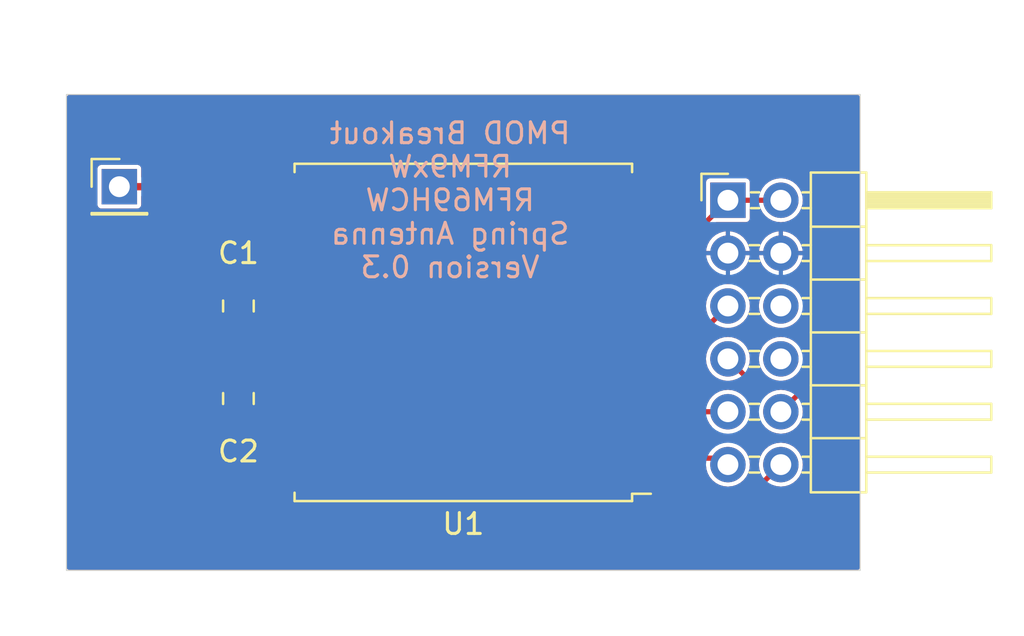
<source format=kicad_pcb>
(kicad_pcb (version 20221018) (generator pcbnew)
  (layers (0 "F.Cu" signal) (31 "B.Cu" signal) (34 "B.Paste" user) (35 "F.Paste" user) (36 "B.SilkS" user "B.Silkscreen") (37 "F.SilkS" user "F.Silkscreen") (38 "B.Mask" user) (39 "F.Mask" user) (44 "Edge.Cuts" user))
  (net 0 "")
  (net 1 "GND")
  (net 2 "DIO0")
  (net 3 "nRESET")
  (net 4 "nCS")
  (net 5 "SCK")
  (net 6 "MOSI")
  (net 7 "MISO")
  (net 8 "VCC")
  (net 11 "Net-(J2-Pin_1)")
  (footprint "Connector_PinHeader_2.54mm:PinHeader_2x06_P2.54mm_Horizontal" (layer "F.Cu") (at 149.86 43.18)
    (fp_text reference "J1" hide)
    (fp_text value "Conn_02x06_Odd_Even")
    (fp_line (start -1.27 -1.27) (end 0 -1.27) (stroke (width 0.12)) (layer "F.SilkS"))
    (fp_line (start -1.27 0) (end -1.27 -1.27) (stroke (width 0.12)) (layer "F.SilkS"))
    (fp_line (start 1.042929 2.16) (end 1.497071 2.16) (stroke (width 0.12)) (layer "F.SilkS"))
    (fp_line (start 1.042929 2.92) (end 1.497071 2.92) (stroke (width 0.12)) (layer "F.SilkS"))
    (fp_line (start 1.042929 4.7) (end 1.497071 4.7) (stroke (width 0.12)) (layer "F.SilkS"))
    (fp_line (start 1.042929 5.46) (end 1.497071 5.46) (stroke (width 0.12)) (layer "F.SilkS"))
    (fp_line (start 1.042929 7.24) (end 1.497071 7.24) (stroke (width 0.12)) (layer "F.SilkS"))
    (fp_line (start 1.042929 8) (end 1.497071 8) (stroke (width 0.12)) (layer "F.SilkS"))
    (fp_line (start 1.042929 9.78) (end 1.497071 9.78) (stroke (width 0.12)) (layer "F.SilkS"))
    (fp_line (start 1.042929 10.54) (end 1.497071 10.54) (stroke (width 0.12)) (layer "F.SilkS"))
    (fp_line (start 1.042929 12.32) (end 1.497071 12.32) (stroke (width 0.12)) (layer "F.SilkS"))
    (fp_line (start 1.042929 13.08) (end 1.497071 13.08) (stroke (width 0.12)) (layer "F.SilkS"))
    (fp_line (start 1.11 -0.38) (end 1.497071 -0.38) (stroke (width 0.12)) (layer "F.SilkS"))
    (fp_line (start 1.11 0.38) (end 1.497071 0.38) (stroke (width 0.12)) (layer "F.SilkS"))
    (fp_line (start 3.582929 -0.38) (end 3.98 -0.38) (stroke (width 0.12)) (layer "F.SilkS"))
    (fp_line (start 3.582929 0.38) (end 3.98 0.38) (stroke (width 0.12)) (layer "F.SilkS"))
    (fp_line (start 3.582929 2.16) (end 3.98 2.16) (stroke (width 0.12)) (layer "F.SilkS"))
    (fp_line (start 3.582929 2.92) (end 3.98 2.92) (stroke (width 0.12)) (layer "F.SilkS"))
    (fp_line (start 3.582929 4.7) (end 3.98 4.7) (stroke (width 0.12)) (layer "F.SilkS"))
    (fp_line (start 3.582929 5.46) (end 3.98 5.46) (stroke (width 0.12)) (layer "F.SilkS"))
    (fp_line (start 3.582929 7.24) (end 3.98 7.24) (stroke (width 0.12)) (layer "F.SilkS"))
    (fp_line (start 3.582929 8) (end 3.98 8) (stroke (width 0.12)) (layer "F.SilkS"))
    (fp_line (start 3.582929 9.78) (end 3.98 9.78) (stroke (width 0.12)) (layer "F.SilkS"))
    (fp_line (start 3.582929 10.54) (end 3.98 10.54) (stroke (width 0.12)) (layer "F.SilkS"))
    (fp_line (start 3.582929 12.32) (end 3.98 12.32) (stroke (width 0.12)) (layer "F.SilkS"))
    (fp_line (start 3.582929 13.08) (end 3.98 13.08) (stroke (width 0.12)) (layer "F.SilkS"))
    (fp_line (start 3.98 -1.33) (end 3.98 14.03) (stroke (width 0.12)) (layer "F.SilkS"))
    (fp_line (start 3.98 1.27) (end 6.64 1.27) (stroke (width 0.12)) (layer "F.SilkS"))
    (fp_line (start 3.98 3.81) (end 6.64 3.81) (stroke (width 0.12)) (layer "F.SilkS"))
    (fp_line (start 3.98 6.35) (end 6.64 6.35) (stroke (width 0.12)) (layer "F.SilkS"))
    (fp_line (start 3.98 8.89) (end 6.64 8.89) (stroke (width 0.12)) (layer "F.SilkS"))
    (fp_line (start 3.98 11.43) (end 6.64 11.43) (stroke (width 0.12)) (layer "F.SilkS"))
    (fp_line (start 3.98 14.03) (end 6.64 14.03) (stroke (width 0.12)) (layer "F.SilkS"))
    (fp_line (start 6.64 -1.33) (end 3.98 -1.33) (stroke (width 0.12)) (layer "F.SilkS"))
    (fp_line (start 6.64 -0.38) (end 12.64 -0.38) (stroke (width 0.12)) (layer "F.SilkS"))
    (fp_line (start 6.64 -0.32) (end 12.64 -0.32) (stroke (width 0.12)) (layer "F.SilkS"))
    (fp_line (start 6.64 -0.2) (end 12.64 -0.2) (stroke (width 0.12)) (layer "F.SilkS"))
    (fp_line (start 6.64 -0.08) (end 12.64 -0.08) (stroke (width 0.12)) (layer "F.SilkS"))
    (fp_line (start 6.64 0.04) (end 12.64 0.04) (stroke (width 0.12)) (layer "F.SilkS"))
    (fp_line (start 6.64 0.16) (end 12.64 0.16) (stroke (width 0.12)) (layer "F.SilkS"))
    (fp_line (start 6.64 0.28) (end 12.64 0.28) (stroke (width 0.12)) (layer "F.SilkS"))
    (fp_line (start 6.64 2.16) (end 12.64 2.16) (stroke (width 0.12)) (layer "F.SilkS"))
    (fp_line (start 6.64 4.7) (end 12.64 4.7) (stroke (width 0.12)) (layer "F.SilkS"))
    (fp_line (start 6.64 7.24) (end 12.64 7.24) (stroke (width 0.12)) (layer "F.SilkS"))
    (fp_line (start 6.64 9.78) (end 12.64 9.78) (stroke (width 0.12)) (layer "F.SilkS"))
    (fp_line (start 6.64 12.32) (end 12.64 12.32) (stroke (width 0.12)) (layer "F.SilkS"))
    (fp_line (start 6.64 14.03) (end 6.64 -1.33) (stroke (width 0.12)) (layer "F.SilkS"))
    (fp_line (start 12.64 -0.38) (end 12.64 0.38) (stroke (width 0.12)) (layer "F.SilkS"))
    (fp_line (start 12.64 0.38) (end 6.64 0.38) (stroke (width 0.12)) (layer "F.SilkS"))
    (fp_line (start 12.64 2.16) (end 12.64 2.92) (stroke (width 0.12)) (layer "F.SilkS"))
    (fp_line (start 12.64 2.92) (end 6.64 2.92) (stroke (width 0.12)) (layer "F.SilkS"))
    (fp_line (start 12.64 4.7) (end 12.64 5.46) (stroke (width 0.12)) (layer "F.SilkS"))
    (fp_line (start 12.64 5.46) (end 6.64 5.46) (stroke (width 0.12)) (layer "F.SilkS"))
    (fp_line (start 12.64 7.24) (end 12.64 8) (stroke (width 0.12)) (layer "F.SilkS"))
    (fp_line (start 12.64 8) (end 6.64 8) (stroke (width 0.12)) (layer "F.SilkS"))
    (fp_line (start 12.64 9.78) (end 12.64 10.54) (stroke (width 0.12)) (layer "F.SilkS"))
    (fp_line (start 12.64 10.54) (end 6.64 10.54) (stroke (width 0.12)) (layer "F.SilkS"))
    (fp_line (start 12.64 12.32) (end 12.64 13.08) (stroke (width 0.12)) (layer "F.SilkS"))
    (fp_line (start 12.64 13.08) (end 6.64 13.08) (stroke (width 0.12)) (layer "F.SilkS"))
    (pad "1" thru_hole rect (at 0 0) (size 1.7 1.7) (drill 1) (layers "*.Cu" "*.Mask") (net 8 "VCC"))
    (pad "2" thru_hole oval (at 2.54 0) (size 1.7 1.7) (drill 1) (layers "*.Cu" "*.Mask") (net 8 "VCC"))
    (pad "3" thru_hole oval (at 0 2.54) (size 1.7 1.7) (drill 1) (layers "*.Cu" "*.Mask") (net 1 "GND"))
    (pad "4" thru_hole oval (at 2.54 2.54) (size 1.7 1.7) (drill 1) (layers "*.Cu" "*.Mask") (net 1 "GND"))
    (pad "5" thru_hole oval (at 0 5.08) (size 1.7 1.7) (drill 1) (layers "*.Cu" "*.Mask") (net 5 "SCK"))
    (pad "6" thru_hole oval (at 2.54 5.08) (size 1.7 1.7) (drill 1) (layers "*.Cu" "*.Mask"))
    (pad "7" thru_hole oval (at 0 7.62) (size 1.7 1.7) (drill 1) (layers "*.Cu" "*.Mask") (net 7 "MISO"))
    (pad "8" thru_hole oval (at 2.54 7.62) (size 1.7 1.7) (drill 1) (layers "*.Cu" "*.Mask"))
    (pad "9" thru_hole oval (at 0 10.16) (size 1.7 1.7) (drill 1) (layers "*.Cu" "*.Mask") (net 6 "MOSI"))
    (pad "10" thru_hole oval (at 2.54 10.16) (size 1.7 1.7) (drill 1) (layers "*.Cu" "*.Mask") (net 3 "nRESET"))
    (pad "11" thru_hole oval (at 0 12.7) (size 1.7 1.7) (drill 1) (layers "*.Cu" "*.Mask") (net 4 "nCS"))
    (pad "12" thru_hole oval (at 2.54 12.7) (size 1.7 1.7) (drill 1) (layers "*.Cu" "*.Mask") (net 2 "DIO0"))
  )
  (footprint "Capacitor_SMD:C_0805_2012Metric_Pad1.18x1.45mm_HandSolder" (layer "F.Cu") (at 126.365 48.26 90)
    (fp_text reference "C1" (at 2.54 0 180) (layer "F.SilkS"))
    (fp_text value "C_Small")
    (fp_line (start -0.261252 -0.735) (end 0.261252 -0.735) (stroke (width 0.12)) (layer "F.SilkS"))
    (fp_line (start -0.261252 0.735) (end 0.261252 0.735) (stroke (width 0.12)) (layer "F.SilkS"))
    (pad "1" smd roundrect (at -1.0375 0 90) (size 1.175 1.45) (layers "F.Cu" "F.Paste" "F.Mask") (roundrect_rratio 0.2127659574) (net 8 "VCC"))
    (pad "2" smd roundrect (at 1.0375 0 90) (size 1.175 1.45) (layers "F.Cu" "F.Paste" "F.Mask") (roundrect_rratio 0.2127659574) (net 1 "GND"))
  )
  (footprint "RF_Module:HOPERF_RFM9XW_SMD" (layer "F.Cu") (at 137.16 49.53 180)
    (fp_text reference "U1" (at 0 -9.2) (layer "F.SilkS"))
    (fp_text value "RFM95W-868S2")
    (fp_line (start -8.1 -8.1) (end -8.1 -7.75) (stroke (width 0.12)) (layer "F.SilkS"))
    (fp_line (start -8.1 -8.1) (end 8.1 -8.1) (stroke (width 0.12)) (layer "F.SilkS"))
    (fp_line (start -8.1 -7.75) (end -9 -7.75) (stroke (width 0.12)) (layer "F.SilkS"))
    (fp_line (start -8.1 7.7) (end -8.1 8.1) (stroke (width 0.12)) (layer "F.SilkS"))
    (fp_line (start -8.1 8.1) (end 8.1 8.1) (stroke (width 0.12)) (layer "F.SilkS"))
    (fp_line (start 8.1 -8.1) (end 8.1 -7.7) (stroke (width 0.12)) (layer "F.SilkS"))
    (fp_line (start 8.1 8.1) (end 8.1 7.7) (stroke (width 0.12)) (layer "F.SilkS"))
    (pad "1" smd roundrect (at -7.525 -7 180) (size 2.95 1.27) (layers "F.Cu" "F.Paste" "F.Mask") (net 1 "GND"))
    (pad "2" smd roundrect (at -7.525 -5 180) (size 2.95 1.27) (layers "F.Cu" "F.Paste" "F.Mask") (net 7 "MISO"))
    (pad "3" smd roundrect (at -7.525 -3 180) (size 2.95 1.27) (layers "F.Cu" "F.Paste" "F.Mask") (net 6 "MOSI"))
    (pad "4" smd roundrect (at -7.525 -1 180) (size 2.95 1.27) (layers "F.Cu" "F.Paste" "F.Mask") (net 5 "SCK"))
    (pad "5" smd roundrect (at -7.525 1 180) (size 2.95 1.27) (layers "F.Cu" "F.Paste" "F.Mask") (net 4 "nCS"))
    (pad "6" smd roundrect (at -7.525 3 180) (size 2.95 1.27) (layers "F.Cu" "F.Paste" "F.Mask") (net 3 "nRESET"))
    (pad "7" smd roundrect (at -7.525 5 180) (size 2.95 1.27) (layers "F.Cu" "F.Paste" "F.Mask"))
    (pad "8" smd roundrect (at -7.525 7 180) (size 2.95 1.27) (layers "F.Cu" "F.Paste" "F.Mask") (net 1 "GND"))
    (pad "9" smd roundrect (at 7.525 7 180) (size 2.95 1.27) (layers "F.Cu" "F.Paste" "F.Mask") (net 11 "Net-(J2-Pin_1)"))
    (pad "10" smd roundrect (at 7.525 5 180) (size 2.95 1.27) (layers "F.Cu" "F.Paste" "F.Mask") (net 1 "GND"))
    (pad "11" smd roundrect (at 7.525 3 180) (size 2.95 1.27) (layers "F.Cu" "F.Paste" "F.Mask"))
    (pad "12" smd roundrect (at 7.525 1 180) (size 2.95 1.27) (layers "F.Cu" "F.Paste" "F.Mask"))
    (pad "13" smd roundrect (at 7.525 -1 180) (size 2.95 1.27) (layers "F.Cu" "F.Paste" "F.Mask") (net 8 "VCC"))
    (pad "14" smd roundrect (at 7.525 -3 180) (size 2.95 1.27) (layers "F.Cu" "F.Paste" "F.Mask") (net 2 "DIO0"))
    (pad "15" smd roundrect (at 7.525 -5 180) (size 2.95 1.27) (layers "F.Cu" "F.Paste" "F.Mask"))
    (pad "16" smd roundrect (at 7.525 -7 180) (size 2.95 1.27) (layers "F.Cu" "F.Paste" "F.Mask"))
  )
  (footprint "Connector_PinHeader_2.54mm:PinHeader_1x01_P2.54mm_Vertical" (layer "F.Cu") (at 120.65 42.53)
    (fp_text reference "Je" hide)
    (fp_text value "Conn_01x01")
    (fp_line (start -1.33 -1.33) (end 0 -1.33) (stroke (width 0.12)) (layer "F.SilkS"))
    (fp_line (start -1.33 0) (end -1.33 -1.33) (stroke (width 0.12)) (layer "F.SilkS"))
    (fp_line (start -1.33 1.27) (end -1.33 1.33) (stroke (width 0.12)) (layer "F.SilkS"))
    (fp_line (start -1.33 1.27) (end 1.33 1.27) (stroke (width 0.12)) (layer "F.SilkS"))
    (fp_line (start -1.33 1.33) (end 1.33 1.33) (stroke (width 0.12)) (layer "F.SilkS"))
    (fp_line (start 1.33 1.27) (end 1.33 1.33) (stroke (width 0.12)) (layer "F.SilkS"))
    (pad "1" thru_hole rect (at 0 0) (size 1.7 1.7) (drill 1) (layers "*.Cu" "*.Mask") (net 11 "Net-(J2-Pin_1)"))
  )
  (footprint "Capacitor_SMD:C_0805_2012Metric_Pad1.18x1.45mm_HandSolder" (layer "F.Cu") (at 126.365 52.705 -90)
    (fp_text reference "C2" (at 2.54 0 180) (layer "F.SilkS"))
    (fp_text value "C_Small")
    (fp_line (start -0.261252 -0.735) (end 0.261252 -0.735) (stroke (width 0.12)) (layer "F.SilkS"))
    (fp_line (start -0.261252 0.735) (end 0.261252 0.735) (stroke (width 0.12)) (layer "F.SilkS"))
    (pad "1" smd roundrect (at -1.0375 0 270) (size 1.175 1.45) (layers "F.Cu" "F.Paste" "F.Mask") (roundrect_rratio 0.2127659574) (net 8 "VCC"))
    (pad "2" smd roundrect (at 1.0375 0 270) (size 1.175 1.45) (layers "F.Cu" "F.Paste" "F.Mask") (roundrect_rratio 0.2127659574) (net 1 "GND"))
  )
  (gr_rect (start 118.11 38.1) (end 156.21 60.96) (stroke (width 0.05)) (fill none) (layer "Edge.Cuts"))
  (gr_text "PMOD Breakout\nRFM9xW\nRFM69HCW\nSpring Antenna\nVersion 0.3" (at 136.525 43.18) (layer "B.SilkS") (effects (font (size 1 1)) (justify mirror)))
  (segment (start 143.074972 57.94) (end 150.34 57.94) (width 0.25) (layer "F.Cu") (net 2))
  (segment (start 129.635 52.53) (end 137.664972 52.53) (width 0.25) (layer "F.Cu") (net 2))
  (segment (start 137.664972 52.53) (end 143.074972 57.94) (width 0.25) (layer "F.Cu") (net 2))
  (segment (start 150.34 57.94) (end 152.4 55.88) (width 0.25) (layer "F.Cu") (net 2))
  (segment (start 152.886701 47.085) (end 153.67 47.868299) (width 0.25) (layer "F.Cu") (net 3))
  (segment (start 145.24 47.085) (end 152.886701 47.085) (width 0.25) (layer "F.Cu") (net 3))
  (segment (start 153.67 47.868299) (end 153.67 52.07) (width 0.25) (layer "F.Cu") (net 3))
  (segment (start 144.685 46.53) (end 145.24 47.085) (width 0.25) (layer "F.Cu") (net 3))
  (segment (start 153.67 52.07) (end 152.4 53.34) (width 0.25) (layer "F.Cu") (net 3))
  (segment (start 142.24 54.548632) (end 143.261368 55.57) (width 0.25) (layer "F.Cu") (net 4))
  (segment (start 142.24 49.53) (end 142.24 54.548632) (width 0.25) (layer "F.Cu") (net 4))
  (segment (start 144.685 48.53) (end 143.24 48.53) (width 0.25) (layer "F.Cu") (net 4))
  (segment (start 143.261368 55.57) (end 149.55 55.57) (width 0.25) (layer "F.Cu") (net 4))
  (segment (start 149.55 55.57) (end 149.86 55.88) (width 0.25) (layer "F.Cu") (net 4))
  (segment (start 143.24 48.53) (end 142.24 49.53) (width 0.25) (layer "F.Cu") (net 4))
  (segment (start 147.59 50.53) (end 149.86 48.26) (width 0.25) (layer "F.Cu") (net 5))
  (segment (start 144.685 50.53) (end 147.59 50.53) (width 0.25) (layer "F.Cu") (net 5))
  (segment (start 144.685 52.53) (end 146.51 52.53) (width 0.25) (layer "F.Cu") (net 6))
  (segment (start 147.32 53.34) (end 149.86 53.34) (width 0.25) (layer "F.Cu") (net 6))
  (segment (start 146.51 52.53) (end 147.32 53.34) (width 0.25) (layer "F.Cu") (net 6))
  (segment (start 151.13 52.07) (end 149.86 50.8) (width 0.25) (layer "F.Cu") (net 7))
  (segment (start 144.685 54.53) (end 150.331701 54.53) (width 0.25) (layer "F.Cu") (net 7))
  (segment (start 150.331701 54.53) (end 151.13 53.731701) (width 0.25) (layer "F.Cu") (net 7))
  (segment (start 151.13 53.731701) (end 151.13 52.07) (width 0.25) (layer "F.Cu") (net 7))
  (segment (start 129.635 50.53) (end 127.5975 50.53) (width 0.25) (layer "F.Cu") (net 8))
  (segment (start 149.86 43.18) (end 152.4 43.18) (width 0.25) (layer "F.Cu") (net 8))
  (segment (start 137.43 50.53) (end 142.39 45.57) (width 0.25) (layer "F.Cu") (net 8))
  (segment (start 147.47 45.57) (end 149.86 43.18) (width 0.25) (layer "F.Cu") (net 8))
  (segment (start 129.635 50.53) (end 127.5025 50.53) (width 0.25) (layer "F.Cu") (net 8))
  (segment (start 126.365 51.6675) (end 126.365 49.2975) (width 0.25) (layer "F.Cu") (net 8))
  (segment (start 129.635 50.53) (end 137.43 50.53) (width 0.25) (layer "F.Cu") (net 8))
  (segment (start 127.5975 50.53) (end 126.365 49.2975) (width 0.25) (layer "F.Cu") (net 8))
  (segment (start 127.5025 50.53) (end 126.365 51.6675) (width 0.25) (layer "F.Cu") (net 8))
  (segment (start 142.39 45.57) (end 147.47 45.57) (width 0.25) (layer "F.Cu") (net 8))
  (segment (start 129.635 42.53) (end 120.65 42.53) (width 0.35) (layer "F.Cu") (net 11))
  (zone (net 1) (net_name "GND") (layers "F&B.Cu") (connect_pads (clearance 0.2)) (min_thickness 0.2) (fill yes (thermal_gap 0.2) (thermal_bridge_width 0.2))
    (polygon (pts (xy 156.21 60.96) (xy 118.11 60.96) (xy 118.11 38.1) (xy 156.21 38.1)))
  )
)
</source>
